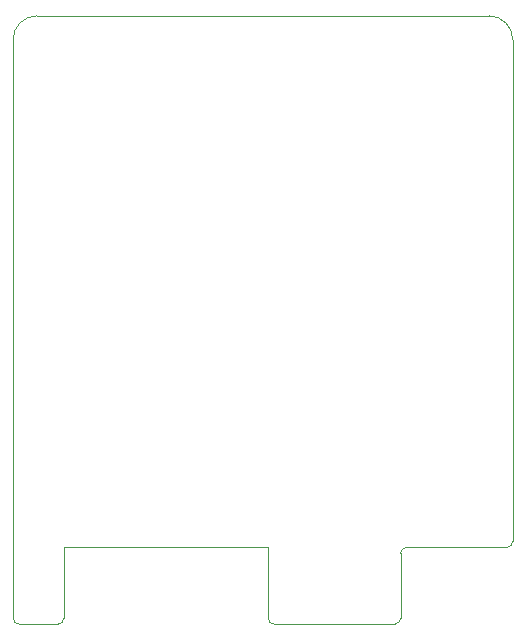
<source format=gm1>
G04 #@! TF.GenerationSoftware,KiCad,Pcbnew,(6.0.1-0)*
G04 #@! TF.CreationDate,2022-06-28T13:25:53+02:00*
G04 #@! TF.ProjectId,ithowifi_4l,6974686f-7769-4666-995f-346c2e6b6963,rev?*
G04 #@! TF.SameCoordinates,Original*
G04 #@! TF.FileFunction,Profile,NP*
%FSLAX46Y46*%
G04 Gerber Fmt 4.6, Leading zero omitted, Abs format (unit mm)*
G04 Created by KiCad (PCBNEW (6.0.1-0)) date 2022-06-28 13:25:53*
%MOMM*%
%LPD*%
G01*
G04 APERTURE LIST*
G04 #@! TA.AperFunction,Profile*
%ADD10C,0.100000*%
G04 #@! TD*
G04 APERTURE END LIST*
D10*
X83032000Y-155968000D02*
G75*
G03*
X83532000Y-156468000I500001J1D01*
G01*
X125332000Y-106968000D02*
G75*
G03*
X123332000Y-104968000I-1999999J1D01*
G01*
X123332000Y-104968000D02*
X85032000Y-104968000D01*
X124832000Y-149968000D02*
G75*
G03*
X125332000Y-149468000I-1J500001D01*
G01*
X86832000Y-156468000D02*
X83532000Y-156468000D01*
X115332000Y-156468000D02*
X105132000Y-156468000D01*
X104632000Y-155968000D02*
G75*
G03*
X105132000Y-156468000I500001J1D01*
G01*
X115332000Y-156468000D02*
G75*
G03*
X115832000Y-155968000I-1J500001D01*
G01*
X115832000Y-155968000D02*
X115832000Y-150468000D01*
X104632000Y-149968000D02*
X87332000Y-149968000D01*
X116332000Y-149968000D02*
G75*
G03*
X115832000Y-150468000I1J-500001D01*
G01*
X87332000Y-149968000D02*
X87332000Y-155968000D01*
X104632000Y-155968000D02*
X104632000Y-149968000D01*
X86832000Y-156468000D02*
G75*
G03*
X87332000Y-155968000I-1J500001D01*
G01*
X83032000Y-155968000D02*
X83032000Y-106968000D01*
X85032000Y-104968000D02*
G75*
G03*
X83032000Y-106968000I-1J-1999999D01*
G01*
X125332000Y-106968000D02*
X125332000Y-149468000D01*
X124832000Y-149968000D02*
X116332000Y-149968000D01*
M02*

</source>
